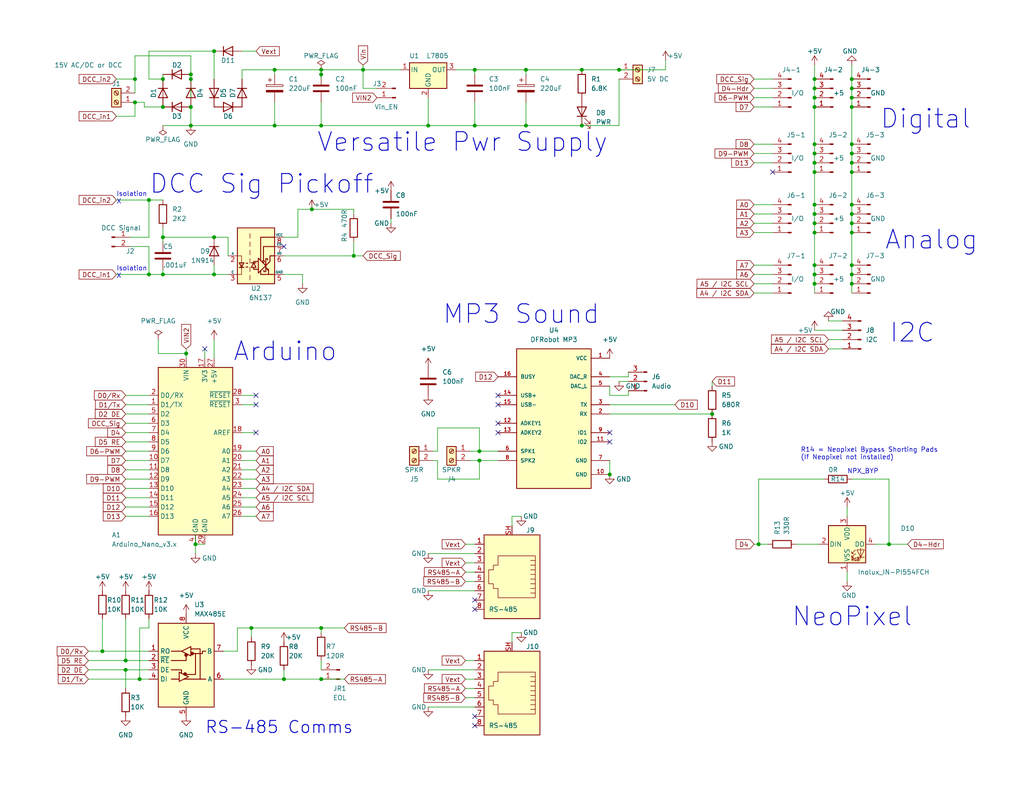
<source format=kicad_sch>
(kicad_sch (version 20230121) (generator eeschema)
  (paper "A")
  (title_block (title "MaxDuino using Arduino R3") (date "2023-12-20") (rev "1.6") (company "R1.6 =  VReg spacing, Stencil, MP3 preamp outputs") (comment 1 "RS485 (D0, D1, D2, D5) / I2C (A4, A5) / DCC (D3) Comms") (comment 2 "DFRobot MP3 PLayer   (D10, D11, D12)") (comment 3 "Digital Pin headers (D3, D4 +NeoPixel, D6, D7, D8, D9, D13)") (comment 4 "Analog Pin headers (A0, A1, A2, A3, A6, A7)"))
  (junction (at 40.64 74.93))
  (junction (at 87.63 185.42))
  (junction (at 232.41 74.93))
  (junction (at 44.45 64.77))
  (junction (at 232.41 21.59))
  (junction (at 87.63 171.45))
  (junction (at 222.25 21.59))
  (junction (at 116.84 34.29))
  (junction (at 87.63 19.05))
  (junction (at 50.8 96.52))
  (junction (at 52.07 34.29))
  (junction (at 232.41 46.99))
  (junction (at 222.25 39.37))
  (junction (at 232.41 44.45))
  (junction (at 222.25 77.47))
  (junction (at 222.25 72.39))
  (junction (at 158.75 34.29))
  (junction (at 36.83 27.94))
  (junction (at 44.45 74.93))
  (junction (at 77.47 185.42))
  (junction (at 168.91 19.05))
  (junction (at 58.42 13.97))
  (junction (at 232.41 60.96))
  (junction (at 222.25 60.96))
  (junction (at 222.25 26.67))
  (junction (at 232.41 58.42))
  (junction (at 194.31 113.03))
  (junction (at 44.45 29.21))
  (junction (at 242.57 148.59))
  (junction (at 232.41 41.91))
  (junction (at 232.41 24.13))
  (junction (at 52.07 20.32))
  (junction (at 52.07 29.21))
  (junction (at 232.41 39.37))
  (junction (at 222.25 46.99))
  (junction (at 38.1 185.42))
  (junction (at 129.54 34.29))
  (junction (at 58.42 64.77))
  (junction (at 27.94 177.8))
  (junction (at 129.54 19.05))
  (junction (at 87.63 20.32))
  (junction (at 166.37 129.54))
  (junction (at 222.25 63.5))
  (junction (at 85.09 57.15))
  (junction (at 40.64 54.61))
  (junction (at 53.34 148.59))
  (junction (at 143.51 34.29))
  (junction (at 222.25 24.13))
  (junction (at 222.25 74.93))
  (junction (at 207.01 148.59))
  (junction (at 232.41 77.47))
  (junction (at 222.25 41.91))
  (junction (at 74.93 19.05))
  (junction (at 96.52 69.85))
  (junction (at 158.75 19.05))
  (junction (at 99.06 19.05))
  (junction (at 87.63 34.29))
  (junction (at 130.81 123.19))
  (junction (at 44.45 21.59))
  (junction (at 222.25 29.21))
  (junction (at 232.41 72.39))
  (junction (at 36.83 21.59))
  (junction (at 222.25 58.42))
  (junction (at 74.93 34.29))
  (junction (at 222.25 44.45))
  (junction (at 232.41 26.67))
  (junction (at 232.41 55.88))
  (junction (at 52.07 21.59))
  (junction (at 34.29 180.34))
  (junction (at 58.42 74.93))
  (junction (at 34.29 182.88))
  (junction (at 143.51 19.05))
  (junction (at 222.25 55.88))
  (junction (at 68.58 171.45))
  (junction (at 130.81 125.73))
  (junction (at 232.41 29.21))
  (junction (at 232.41 63.5))
  (no_connect (at 135.89 115.57))
  (no_connect (at 69.85 110.49))
  (no_connect (at 129.54 163.83))
  (no_connect (at 135.89 107.95))
  (no_connect (at 135.89 118.11))
  (no_connect (at 129.54 198.12))
  (no_connect (at 166.37 118.11))
  (no_connect (at 166.37 120.65))
  (no_connect (at 69.85 107.95))
  (no_connect (at 129.54 166.37))
  (no_connect (at 135.89 110.49))
  (no_connect (at 210.82 46.99))
  (no_connect (at 129.54 195.58))
  (no_connect (at 77.47 67.31))
  (no_connect (at 69.85 118.11))
  (no_connect (at 55.88 95.25))
  (wire (pts (xy 129.54 27.94) (xy 129.54 34.29)))
  (wire (pts (xy 40.64 54.61) (xy 44.45 54.61)))
  (wire (pts (xy 40.64 171.45) (xy 38.1 171.45)))
  (wire (pts (xy 205.74 44.45) (xy 210.82 44.45)))
  (wire (pts (xy 158.75 34.29) (xy 168.91 34.29)))
  (wire (pts (xy 119.38 130.81) (xy 130.81 130.81)))
  (wire (pts (xy 44.45 64.77) (xy 44.45 66.04)))
  (wire (pts (xy 181.61 19.05) (xy 168.91 19.05)))
  (wire (pts (xy 52.07 15.24) (xy 52.07 20.32)))
  (wire (pts (xy 64.77 171.45) (xy 68.58 171.45)))
  (wire (pts (xy 238.76 148.59) (xy 242.57 148.59)))
  (wire (pts (xy 129.54 19.05) (xy 129.54 20.32)))
  (wire (pts (xy 205.74 80.01) (xy 210.82 80.01)))
  (wire (pts (xy 205.74 24.13) (xy 210.82 24.13)))
  (wire (pts (xy 44.45 20.32) (xy 44.45 21.59)))
  (wire (pts (xy 31.75 54.61) (xy 40.64 54.61)))
  (wire (pts (xy 40.64 168.91) (xy 40.64 171.45)))
  (wire (pts (xy 128.27 125.73) (xy 130.81 125.73)))
  (wire (pts (xy 34.29 180.34) (xy 40.64 180.34)))
  (wire (pts (xy 53.34 148.59) (xy 55.88 148.59)))
  (wire (pts (xy 34.29 125.73) (xy 40.64 125.73)))
  (wire (pts (xy 99.06 24.13) (xy 102.87 24.13)))
  (wire (pts (xy 64.77 171.45) (xy 64.77 177.8)))
  (wire (pts (xy 119.38 116.84) (xy 130.81 116.84)))
  (wire (pts (xy 226.06 95.25) (xy 229.87 95.25)))
  (wire (pts (xy 96.52 58.42) (xy 96.52 57.15)))
  (wire (pts (xy 40.64 67.31) (xy 40.64 74.93)))
  (wire (pts (xy 68.58 171.45) (xy 68.58 173.99)))
  (wire (pts (xy 205.74 29.21) (xy 210.82 29.21)))
  (wire (pts (xy 74.93 27.94) (xy 74.93 34.29)))
  (wire (pts (xy 87.63 34.29) (xy 116.84 34.29)))
  (wire (pts (xy 34.29 120.65) (xy 40.64 120.65)))
  (wire (pts (xy 158.75 19.05) (xy 168.91 19.05)))
  (wire (pts (xy 66.04 21.59) (xy 66.04 19.05)))
  (wire (pts (xy 99.06 17.78) (xy 99.06 19.05)))
  (wire (pts (xy 129.54 34.29) (xy 143.51 34.29)))
  (wire (pts (xy 222.25 17.78) (xy 222.25 21.59)))
  (wire (pts (xy 52.07 29.21) (xy 52.07 34.29)))
  (wire (pts (xy 222.25 74.93) (xy 222.25 77.47)))
  (wire (pts (xy 96.52 69.85) (xy 99.06 69.85)))
  (wire (pts (xy 205.74 41.91) (xy 210.82 41.91)))
  (wire (pts (xy 171.45 107.95) (xy 166.37 107.95)))
  (wire (pts (xy 99.06 19.05) (xy 99.06 24.13)))
  (wire (pts (xy 24.13 182.88) (xy 34.29 182.88)))
  (wire (pts (xy 205.74 26.67) (xy 210.82 26.67)))
  (wire (pts (xy 77.47 64.77) (xy 81.28 64.77)))
  (wire (pts (xy 74.93 19.05) (xy 74.93 20.32)))
  (wire (pts (xy 231.14 138.43) (xy 231.14 140.97)))
  (wire (pts (xy 139.7 172.72) (xy 142.24 172.72)))
  (wire (pts (xy 60.96 185.42) (xy 77.47 185.42)))
  (wire (pts (xy 87.63 180.34) (xy 87.63 182.88)))
  (wire (pts (xy 35.56 67.31) (xy 40.64 67.31)))
  (wire (pts (xy 127 158.75) (xy 129.54 158.75)))
  (wire (pts (xy 77.47 182.88) (xy 77.47 185.42)))
  (wire (pts (xy 232.41 17.78) (xy 232.41 21.59)))
  (wire (pts (xy 87.63 171.45) (xy 93.98 171.45)))
  (wire (pts (xy 44.45 64.77) (xy 58.42 64.77)))
  (wire (pts (xy 232.41 74.93) (xy 232.41 77.47)))
  (wire (pts (xy 222.25 90.17) (xy 229.87 90.17)))
  (wire (pts (xy 36.83 21.59) (xy 31.75 21.59)))
  (wire (pts (xy 66.04 118.11) (xy 69.85 118.11)))
  (wire (pts (xy 205.74 21.59) (xy 210.82 21.59)))
  (wire (pts (xy 66.04 138.43) (xy 69.85 138.43)))
  (wire (pts (xy 87.63 20.32) (xy 87.63 19.05)))
  (wire (pts (xy 139.7 175.26) (xy 139.7 172.72)))
  (wire (pts (xy 116.84 193.04) (xy 129.54 193.04)))
  (wire (pts (xy 58.42 74.93) (xy 62.23 74.93)))
  (wire (pts (xy 66.04 140.97) (xy 69.85 140.97)))
  (wire (pts (xy 44.45 34.29) (xy 52.07 34.29)))
  (wire (pts (xy 143.51 19.05) (xy 158.75 19.05)))
  (wire (pts (xy 53.34 151.13) (xy 53.34 148.59)))
  (wire (pts (xy 34.29 182.88) (xy 34.29 187.96)))
  (wire (pts (xy 205.74 58.42) (xy 210.82 58.42)))
  (wire (pts (xy 119.38 125.73) (xy 119.38 130.81)))
  (wire (pts (xy 58.42 92.71) (xy 58.42 97.79)))
  (wire (pts (xy 34.29 118.11) (xy 40.64 118.11)))
  (wire (pts (xy 222.25 26.67) (xy 222.25 29.21)))
  (wire (pts (xy 130.81 116.84) (xy 130.81 123.19)))
  (wire (pts (xy 232.41 21.59) (xy 232.41 24.13)))
  (wire (pts (xy 87.63 27.94) (xy 87.63 34.29)))
  (wire (pts (xy 181.61 16.51) (xy 181.61 19.05)))
  (wire (pts (xy 242.57 148.59) (xy 247.65 148.59)))
  (wire (pts (xy 66.04 135.89) (xy 69.85 135.89)))
  (wire (pts (xy 52.07 34.29) (xy 74.93 34.29)))
  (wire (pts (xy 194.31 104.14) (xy 194.31 105.41)))
  (wire (pts (xy 44.45 62.23) (xy 44.45 64.77)))
  (wire (pts (xy 205.74 60.96) (xy 210.82 60.96)))
  (wire (pts (xy 116.84 34.29) (xy 129.54 34.29)))
  (wire (pts (xy 87.63 185.42) (xy 93.98 185.42)))
  (wire (pts (xy 116.84 151.13) (xy 129.54 151.13)))
  (wire (pts (xy 171.45 107.95) (xy 171.45 106.68)))
  (wire (pts (xy 34.29 140.97) (xy 40.64 140.97)))
  (wire (pts (xy 232.41 72.39) (xy 232.41 74.93)))
  (wire (pts (xy 62.23 64.77) (xy 62.23 69.85)))
  (wire (pts (xy 66.04 125.73) (xy 69.85 125.73)))
  (wire (pts (xy 168.91 104.14) (xy 171.45 104.14)))
  (wire (pts (xy 34.29 133.35) (xy 40.64 133.35)))
  (wire (pts (xy 127 187.96) (xy 129.54 187.96)))
  (wire (pts (xy 205.74 63.5) (xy 210.82 63.5)))
  (wire (pts (xy 52.07 21.59) (xy 52.07 26.67)))
  (wire (pts (xy 50.8 96.52) (xy 50.8 97.79)))
  (wire (pts (xy 127 185.42) (xy 129.54 185.42)))
  (wire (pts (xy 87.63 21.59) (xy 87.63 20.32)))
  (wire (pts (xy 74.93 34.29) (xy 87.63 34.29)))
  (wire (pts (xy 222.25 39.37) (xy 222.25 41.91)))
  (wire (pts (xy 85.09 57.15) (xy 96.52 57.15)))
  (wire (pts (xy 40.64 74.93) (xy 44.45 74.93)))
  (wire (pts (xy 226.06 92.71) (xy 229.87 92.71)))
  (wire (pts (xy 77.47 185.42) (xy 87.63 185.42)))
  (wire (pts (xy 217.17 148.59) (xy 223.52 148.59)))
  (wire (pts (xy 44.45 74.93) (xy 58.42 74.93)))
  (wire (pts (xy 222.25 60.96) (xy 222.25 63.5)))
  (wire (pts (xy 34.29 168.91) (xy 34.29 180.34)))
  (wire (pts (xy 66.04 130.81) (xy 69.85 130.81)))
  (wire (pts (xy 36.83 21.59) (xy 36.83 15.24)))
  (wire (pts (xy 116.84 26.67) (xy 116.84 34.29)))
  (wire (pts (xy 74.93 19.05) (xy 87.63 19.05)))
  (wire (pts (xy 34.29 123.19) (xy 40.64 123.19)))
  (wire (pts (xy 232.41 46.99) (xy 232.41 55.88)))
  (wire (pts (xy 87.63 172.72) (xy 87.63 171.45)))
  (wire (pts (xy 40.64 13.97) (xy 40.64 21.59)))
  (wire (pts (xy 60.96 177.8) (xy 64.77 177.8)))
  (wire (pts (xy 66.04 123.19) (xy 69.85 123.19)))
  (wire (pts (xy 222.25 72.39) (xy 222.25 74.93)))
  (wire (pts (xy 99.06 19.05) (xy 109.22 19.05)))
  (wire (pts (xy 232.41 29.21) (xy 232.41 39.37)))
  (wire (pts (xy 36.83 27.94) (xy 36.83 31.75)))
  (wire (pts (xy 222.25 29.21) (xy 222.25 39.37)))
  (wire (pts (xy 128.27 123.19) (xy 130.81 123.19)))
  (wire (pts (xy 166.37 107.95) (xy 166.37 105.41)))
  (wire (pts (xy 39.37 27.94) (xy 39.37 29.21)))
  (wire (pts (xy 232.41 24.13) (xy 232.41 26.67)))
  (wire (pts (xy 34.29 113.03) (xy 40.64 113.03)))
  (wire (pts (xy 119.38 123.19) (xy 119.38 116.84)))
  (wire (pts (xy 81.28 57.15) (xy 85.09 57.15)))
  (wire (pts (xy 184.15 110.49) (xy 166.37 110.49)))
  (wire (pts (xy 143.51 27.94) (xy 143.51 34.29)))
  (wire (pts (xy 232.41 77.47) (xy 232.41 80.01)))
  (wire (pts (xy 130.81 125.73) (xy 130.81 130.81)))
  (wire (pts (xy 40.64 13.97) (xy 58.42 13.97)))
  (wire (pts (xy 207.01 130.81) (xy 207.01 148.59)))
  (wire (pts (xy 53.34 146.05) (xy 53.34 148.59)))
  (wire (pts (xy 24.13 180.34) (xy 34.29 180.34)))
  (wire (pts (xy 232.41 41.91) (xy 232.41 44.45)))
  (wire (pts (xy 99.06 19.05) (xy 87.63 19.05)))
  (wire (pts (xy 77.47 74.93) (xy 82.55 74.93)))
  (wire (pts (xy 66.04 19.05) (xy 74.93 19.05)))
  (wire (pts (xy 106.68 59.69) (xy 106.68 60.96)))
  (wire (pts (xy 38.1 171.45) (xy 38.1 185.42)))
  (wire (pts (xy 40.64 64.77) (xy 40.64 54.61)))
  (wire (pts (xy 127 190.5) (xy 129.54 190.5)))
  (wire (pts (xy 50.8 95.25) (xy 50.8 96.52)))
  (wire (pts (xy 66.04 133.35) (xy 69.85 133.35)))
  (wire (pts (xy 82.55 74.93) (xy 82.55 77.47)))
  (wire (pts (xy 205.74 55.88) (xy 210.82 55.88)))
  (wire (pts (xy 43.18 96.52) (xy 50.8 96.52)))
  (wire (pts (xy 34.29 182.88) (xy 40.64 182.88)))
  (wire (pts (xy 139.7 140.97) (xy 142.24 140.97)))
  (wire (pts (xy 36.83 21.59) (xy 36.83 25.4)))
  (wire (pts (xy 34.29 107.95) (xy 40.64 107.95)))
  (wire (pts (xy 27.94 168.91) (xy 27.94 177.8)))
  (wire (pts (xy 222.25 77.47) (xy 222.25 80.01)))
  (wire (pts (xy 232.41 26.67) (xy 232.41 29.21)))
  (wire (pts (xy 222.25 41.91) (xy 222.25 44.45)))
  (wire (pts (xy 232.41 58.42) (xy 232.41 60.96)))
  (wire (pts (xy 226.06 87.63) (xy 229.87 87.63)))
  (wire (pts (xy 232.41 44.45) (xy 232.41 46.99)))
  (wire (pts (xy 66.04 107.95) (xy 69.85 107.95)))
  (wire (pts (xy 231.14 156.21) (xy 231.14 158.75)))
  (wire (pts (xy 40.64 21.59) (xy 44.45 21.59)))
  (wire (pts (xy 31.75 74.93) (xy 40.64 74.93)))
  (wire (pts (xy 66.04 128.27) (xy 69.85 128.27)))
  (wire (pts (xy 55.88 95.25) (xy 55.88 97.79)))
  (wire (pts (xy 58.42 72.39) (xy 58.42 74.93)))
  (wire (pts (xy 34.29 110.49) (xy 40.64 110.49)))
  (wire (pts (xy 222.25 58.42) (xy 222.25 60.96)))
  (wire (pts (xy 205.74 77.47) (xy 210.82 77.47)))
  (wire (pts (xy 36.83 31.75) (xy 31.75 31.75)))
  (wire (pts (xy 127 153.67) (xy 129.54 153.67)))
  (wire (pts (xy 222.25 46.99) (xy 222.25 55.88)))
  (wire (pts (xy 232.41 55.88) (xy 232.41 58.42)))
  (wire (pts (xy 66.04 110.49) (xy 69.85 110.49)))
  (wire (pts (xy 232.41 130.81) (xy 242.57 130.81)))
  (wire (pts (xy 24.13 177.8) (xy 27.94 177.8)))
  (wire (pts (xy 124.46 19.05) (xy 129.54 19.05)))
  (wire (pts (xy 127 156.21) (xy 129.54 156.21)))
  (wire (pts (xy 116.84 161.29) (xy 129.54 161.29)))
  (wire (pts (xy 96.52 66.04) (xy 96.52 69.85)))
  (wire (pts (xy 118.11 123.19) (xy 119.38 123.19)))
  (wire (pts (xy 168.91 21.59) (xy 168.91 34.29)))
  (wire (pts (xy 44.45 73.66) (xy 44.45 74.93)))
  (wire (pts (xy 24.13 185.42) (xy 38.1 185.42)))
  (wire (pts (xy 52.07 20.32) (xy 52.07 21.59)))
  (wire (pts (xy 116.84 182.88) (xy 129.54 182.88)))
  (wire (pts (xy 222.25 21.59) (xy 222.25 24.13)))
  (wire (pts (xy 143.51 34.29) (xy 158.75 34.29)))
  (wire (pts (xy 27.94 177.8) (xy 40.64 177.8)))
  (wire (pts (xy 166.37 102.87) (xy 171.45 102.87)))
  (wire (pts (xy 139.7 143.51) (xy 139.7 140.97)))
  (wire (pts (xy 81.28 64.77) (xy 81.28 57.15)))
  (wire (pts (xy 39.37 29.21) (xy 44.45 29.21)))
  (wire (pts (xy 224.79 130.81) (xy 207.01 130.81)))
  (wire (pts (xy 232.41 63.5) (xy 232.41 72.39)))
  (wire (pts (xy 166.37 113.03) (xy 194.31 113.03)))
  (wire (pts (xy 222.25 63.5) (xy 222.25 72.39)))
  (wire (pts (xy 68.58 171.45) (xy 87.63 171.45)))
  (wire (pts (xy 205.74 39.37) (xy 210.82 39.37)))
  (wire (pts (xy 143.51 19.05) (xy 143.51 20.32)))
  (wire (pts (xy 127 180.34) (xy 129.54 180.34)))
  (wire (pts (xy 130.81 123.19) (xy 135.89 123.19)))
  (wire (pts (xy 34.29 138.43) (xy 40.64 138.43)))
  (wire (pts (xy 242.57 130.81) (xy 242.57 148.59)))
  (wire (pts (xy 39.37 27.94) (xy 36.83 27.94)))
  (wire (pts (xy 232.41 60.96) (xy 232.41 63.5)))
  (wire (pts (xy 130.81 125.73) (xy 135.89 125.73)))
  (wire (pts (xy 207.01 148.59) (xy 209.55 148.59)))
  (wire (pts (xy 129.54 19.05) (xy 143.51 19.05)))
  (wire (pts (xy 66.04 13.97) (xy 69.85 13.97)))
  (wire (pts (xy 166.37 125.73) (xy 166.37 129.54)))
  (wire (pts (xy 232.41 39.37) (xy 232.41 41.91)))
  (wire (pts (xy 205.74 72.39) (xy 210.82 72.39)))
  (wire (pts (xy 158.75 31.75) (xy 158.75 34.29)))
  (wire (pts (xy 35.56 64.77) (xy 40.64 64.77)))
  (wire (pts (xy 205.74 148.59) (xy 207.01 148.59)))
  (wire (pts (xy 58.42 13.97) (xy 58.42 21.59)))
  (wire (pts (xy 205.74 74.93) (xy 210.82 74.93)))
  (wire (pts (xy 222.25 44.45) (xy 222.25 46.99)))
  (wire (pts (xy 43.18 92.71) (xy 43.18 96.52)))
  (wire (pts (xy 34.29 115.57) (xy 40.64 115.57)))
  (wire (pts (xy 118.11 125.73) (xy 119.38 125.73)))
  (wire (pts (xy 34.29 128.27) (xy 40.64 128.27)))
  (wire (pts (xy 34.29 135.89) (xy 40.64 135.89)))
  (wire (pts (xy 77.47 69.85) (xy 96.52 69.85)))
  (wire (pts (xy 36.83 15.24) (xy 52.07 15.24)))
  (wire (pts (xy 222.25 55.88) (xy 222.25 58.42)))
  (wire (pts (xy 38.1 185.42) (xy 40.64 185.42)))
  (wire (pts (xy 171.45 102.87) (xy 171.45 101.6)))
  (wire (pts (xy 34.29 130.81) (xy 40.64 130.81)))
  (wire (pts (xy 58.42 64.77) (xy 62.23 64.77)))
  (wire (pts (xy 127 148.59) (xy 129.54 148.59)))
  (wire (pts (xy 222.25 24.13) (xy 222.25 26.67)))
  (text "RS-485 Comms" (at 55.88 200.66 0) (effects (font (size 3.302 3.302) (thickness 0.254) bold) (justify left bottom)))
  (text "MP3 Sound" (at 120.65 88.9 0) (effects (font (size 5.08 5.08) (thickness 0.254) bold) (justify left bottom)))
  (text "Digital" (at 240.03 35.56 0) (effects (font (size 5.08 5.08) (thickness 0.254) bold) (justify left bottom)))
  (text "I2C" (at 242.57 93.98 0) (effects (font (size 5.08 5.08) (thickness 0.254) bold) (justify left bottom)))
  (text "NeoPixel" (at 215.9 171.45 0) (effects (font (size 5.08 5.08) (thickness 0.254) bold) (justify left bottom)))
  (text "DCC Sig Pickoff\n" (at 40.64 53.34 0) (effects (font (size 5.08 5.08) (thickness 0.254) bold) (justify left bottom)))
  (text "NPX_BYP" (at 231.14 129.54 0) (effects (font (size 1.27 1.27)) (justify left bottom)))
  (text "R14 = Neopixel Bypass Shorting Pads\n(If Neopixel not installed)" (at 218.44 125.73 0) (effects (font (size 1.27 1.27)) (justify left bottom)))
  (text "Versatile Pwr Supply" (at 86.36 41.91 0) (effects (font (size 5.08 5.08) (thickness 0.254) bold) (justify left bottom)))
  (text "Isolation\nX" (at 31.75 76.2 0) (effects (font (size 1.27 1.27)) (justify left bottom)))
  (text "Analog" (at 241.3 68.58 0) (effects (font (size 5.08 5.08) (thickness 0.254) bold) (justify left bottom)))
  (text "Isolation\nX" (at 31.75 55.88 0) (effects (font (size 1.27 1.27)) (justify left bottom)))
  (text "Arduino" (at 63.5 99.06 0) (effects (font (size 5.08 5.08) (thickness 0.254) bold) (justify left bottom)))
  (global_label "D4" (shape input) (at 205.74 148.59 180) (property "Intersheetrefs" "${INTERSHEET_REFS}" (effects hide)))
  (global_label "A7" (shape input) (at 205.74 72.39 180) (property "Intersheetrefs" "${INTERSHEET_REFS}" (effects hide)))
  (global_label "D2 DE" (shape input) (at 24.13 182.88 180) (property "Intersheetrefs" "${INTERSHEET_REFS}" (effects hide)))
  (global_label "D12" (shape input) (at 135.89 102.87 180) (property "Intersheetrefs" "${INTERSHEET_REFS}" (effects hide)))
  (global_label "D10" (shape input) (at 34.29 133.35 180) (property "Intersheetrefs" "${INTERSHEET_REFS}" (effects hide)))
  (global_label "Vext" (shape input) (at 69.85 13.97 0) (property "Intersheetrefs" "${INTERSHEET_REFS}" (effects hide)))
  (global_label "A0" (shape input) (at 205.74 55.88 180) (property "Intersheetrefs" "${INTERSHEET_REFS}" (effects hide)))
  (global_label "Vext" (shape input) (at 127 185.42 180) (property "Intersheetrefs" "${INTERSHEET_REFS}" (effects hide)))
  (global_label "D9-PWM" (shape input) (at 205.74 41.91 180) (property "Intersheetrefs" "${INTERSHEET_REFS}" (effects hide)))
  (global_label "A0" (shape input) (at 69.85 123.19 0) (property "Intersheetrefs" "${INTERSHEET_REFS}" (effects hide)))
  (global_label "D1{slash}Tx" (shape input) (at 24.13 185.42 180) (property "Intersheetrefs" "${INTERSHEET_REFS}" (effects hide)))
  (global_label "D5 RE" (shape input) (at 24.13 180.34 180) (property "Intersheetrefs" "${INTERSHEET_REFS}" (effects hide)))
  (global_label "A3" (shape input) (at 205.74 63.5 180) (property "Intersheetrefs" "${INTERSHEET_REFS}" (effects hide)))
  (global_label "D0{slash}Rx" (shape input) (at 24.13 177.8 180) (property "Intersheetrefs" "${INTERSHEET_REFS}" (effects hide)))
  (global_label "DCC_Sig" (shape input) (at 99.06 69.85 0) (property "Intersheetrefs" "${INTERSHEET_REFS}" (effects hide)))
  (global_label "D9-PWM" (shape input) (at 34.29 130.81 180) (property "Intersheetrefs" "${INTERSHEET_REFS}" (effects hide)))
  (global_label "A6" (shape input) (at 69.85 138.43 0) (property "Intersheetrefs" "${INTERSHEET_REFS}" (effects hide)))
  (global_label "DCC_Sig" (shape input) (at 34.29 115.57 180) (property "Intersheetrefs" "${INTERSHEET_REFS}" (effects hide)))
  (global_label "D11" (shape input) (at 34.29 135.89 180) (property "Intersheetrefs" "${INTERSHEET_REFS}" (effects hide)))
  (global_label "VIN2" (shape input) (at 102.87 26.67 180) (property "Intersheetrefs" "${INTERSHEET_REFS}" (effects hide)))
  (global_label "RS485-B" (shape input) (at 127 158.75 180) (property "Intersheetrefs" "${INTERSHEET_REFS}" (effects hide)))
  (global_label "A7" (shape input) (at 69.85 140.97 0) (property "Intersheetrefs" "${INTERSHEET_REFS}" (effects hide)))
  (global_label "DCC_Sig" (shape input) (at 205.74 21.59 180) (property "Intersheetrefs" "${INTERSHEET_REFS}" (effects hide)))
  (global_label "DCC_in2" (shape input) (at 31.75 54.61 180) (property "Intersheetrefs" "${INTERSHEET_REFS}" (effects hide)))
  (global_label "D1{slash}Tx" (shape input) (at 34.29 110.49 180) (property "Intersheetrefs" "${INTERSHEET_REFS}" (effects hide)))
  (global_label "DCC_in1" (shape input) (at 31.75 31.75 180) (property "Intersheetrefs" "${INTERSHEET_REFS}" (effects hide)))
  (global_label "D12" (shape input) (at 34.29 138.43 180) (property "Intersheetrefs" "${INTERSHEET_REFS}" (effects hide)))
  (global_label "A3" (shape input) (at 69.85 130.81 0) (property "Intersheetrefs" "${INTERSHEET_REFS}" (effects hide)))
  (global_label "A6" (shape input) (at 205.74 74.93 180) (property "Intersheetrefs" "${INTERSHEET_REFS}" (effects hide)))
  (global_label "D10" (shape input) (at 184.15 110.49 0) (property "Intersheetrefs" "${INTERSHEET_REFS}" (effects hide)))
  (global_label "D4-Hdr" (shape input) (at 205.74 24.13 180) (property "Intersheetrefs" "${INTERSHEET_REFS}" (effects hide)))
  (global_label "VIN2" (shape input) (at 50.8 95.25 90) (property "Intersheetrefs" "${INTERSHEET_REFS}" (effects hide)))
  (global_label "A4 {slash} I2C SDA" (shape input) (at 69.85 133.35 0) (property "Intersheetrefs" "${INTERSHEET_REFS}" (effects hide)))
  (global_label "D7" (shape input) (at 34.29 125.73 180) (property "Intersheetrefs" "${INTERSHEET_REFS}" (effects hide)))
  (global_label "D2 DE" (shape input) (at 34.29 113.03 180) (property "Intersheetrefs" "${INTERSHEET_REFS}" (effects hide)))
  (global_label "A2" (shape input) (at 69.85 128.27 0) (property "Intersheetrefs" "${INTERSHEET_REFS}" (effects hide)))
  (global_label "D5 RE" (shape input) (at 34.29 120.65 180) (property "Intersheetrefs" "${INTERSHEET_REFS}" (effects hide)))
  (global_label "RS485-A" (shape input) (at 127 156.21 180) (property "Intersheetrefs" "${INTERSHEET_REFS}" (effects hide)))
  (global_label "D11" (shape input) (at 194.31 104.14 0) (property "Intersheetrefs" "${INTERSHEET_REFS}" (effects hide)))
  (global_label "Vext" (shape input) (at 127 148.59 180) (property "Intersheetrefs" "${INTERSHEET_REFS}" (effects hide)))
  (global_label "DCC_in1" (shape input) (at 31.75 74.93 180) (property "Intersheetrefs" "${INTERSHEET_REFS}" (effects hide)))
  (global_label "RS485-A" (shape input) (at 127 187.96 180) (property "Intersheetrefs" "${INTERSHEET_REFS}" (effects hide)))
  (global_label "A4 {slash} I2C SDA" (shape input) (at 205.74 80.01 180) (property "Intersheetrefs" "${INTERSHEET_REFS}" (effects hide)))
  (global_label "RS485-B" (shape input) (at 127 190.5 180) (property "Intersheetrefs" "${INTERSHEET_REFS}" (effects hide)))
  (global_label "D4-Hdr" (shape input) (at 247.65 148.59 0) (property "Intersheetrefs" "${INTERSHEET_REFS}" (effects hide)))
  (global_label "RS485-B" (shape input) (at 93.98 171.45 0) (property "Intersheetrefs" "${INTERSHEET_REFS}" (effects hide)))
  (global_label "D6-PWM" (shape input) (at 34.29 123.19 180) (property "Intersheetrefs" "${INTERSHEET_REFS}" (effects hide)))
  (global_label "A5 {slash} I2C SCL" (shape input) (at 205.74 77.47 180) (property "Intersheetrefs" "${INTERSHEET_REFS}" (effects hide)))
  (global_label "A1" (shape input) (at 69.85 125.73 0) (property "Intersheetrefs" "${INTERSHEET_REFS}" (effects hide)))
  (global_label "D7" (shape input) (at 205.74 29.21 180) (property "Intersheetrefs" "${INTERSHEET_REFS}" (effects hide)))
  (global_label "A5 {slash} I2C SCL" (shape input) (at 69.85 135.89 0) (property "Intersheetrefs" "${INTERSHEET_REFS}" (effects hide)))
  (global_label "D0{slash}Rx" (shape input) (at 34.29 107.95 180) (property "Intersheetrefs" "${INTERSHEET_REFS}" (effects hide)))
  (global_label "D8" (shape input) (at 34.29 128.27 180) (property "Intersheetrefs" "${INTERSHEET_REFS}" (effects hide)))
  (global_label "Vin" (shape input) (at 99.06 17.78 90) (property "Intersheetrefs" "${INTERSHEET_REFS}" (effects hide)))
  (global_label "DCC_in2" (shape input) (at 31.75 21.59 180) (property "Intersheetrefs" "${INTERSHEET_REFS}" (effects hide)))
  (global_label "D8" (shape input) (at 205.74 39.37 180) (property "Intersheetrefs" "${INTERSHEET_REFS}" (effects hide)))
  (global_label "D4" (shape input) (at 34.29 118.11 180) (property "Intersheetrefs" "${INTERSHEET_REFS}" (effects hide)))
  (global_label "Vext" (shape input) (at 127 180.34 180) (property "Intersheetrefs" "${INTERSHEET_REFS}" (effects hide)))
  (global_label "A4 {slash} I2C SDA" (shape input) (at 226.06 95.25 180) (property "Intersheetrefs" "${INTERSHEET_REFS}" (effects hide)))
  (global_label "Vext" (shape input) (at 127 153.67 180) (property "Intersheetrefs" "${INTERSHEET_REFS}" (effects hide)))
  (global_label "A1" (shape input) (at 205.74 58.42 180) (property "Intersheetrefs" "${INTERSHEET_REFS}" (effects hide)))
  (global_label "A2" (shape input) (at 205.74 60.96 180) (property "Intersheetrefs" "${INTERSHEET_REFS}" (effects hide)))
  (global_label "D6-PWM" (shape input) (at 205.74 26.67 180) (property "Intersheetrefs" "${INTERSHEET_REFS}" (effects hide)))
  (global_label "D13" (shape input) (at 205.74 44.45 180) (property "Intersheetrefs" "${INTERSHEET_REFS}" (effects hide)))
  (global_label "A5 {slash} I2C SCL" (shape input) (at 226.06 92.71 180) (property "Intersheetrefs" "${INTERSHEET_REFS}" (effects hide)))
  (global_label "RS485-A" (shape input) (at 93.98 185.42 0) (property "Intersheetrefs" "${INTERSHEET_REFS}" (effects hide)))
  (global_label "D13" (shape input) (at 34.29 140.97 180) (property "Intersheetrefs" "${INTERSHEET_REFS}" (effects hide)))
  (symbol (lib_id "Diode:1N914") (at 58.42 68.58 270) (unit 1)
    (property "Reference" "D9" (at 54.61 68.58 90) (effects (justify left)))
    (property "Value" "1N914" (at 52.07 71.12 90) (effects (justify left)))
    (property "Footprint" "Diode_THT:D_DO-35_SOD27_P7.62mm_Horizontal" (effects hide))
    (property "Datasheet" "http://www.vishay.com/docs/85622/1n914.pdf" (effects hide))
    (property "Sim.Device" "D" (effects hide))
    (property "Sim.Pins" "1=K 2=A" (effects hide))
  )
  (symbol (lib_id "Connector:Conn_01x04_Pin") (at 237.49 77.47 180) (unit 1)
    (property "Reference" "J7-3" (at 236.22 69.85 0) (effects (justify right)))
    (property "Value" "GND" (at 237.49 76.2 0) (effects (justify right)))
    (property "Footprint" "Connector_PinHeader_2.54mm:PinHeader_1x04_P2.54mm_Vertical" (effects hide))
  )
  (symbol (lib_id "power:+5V") (at 106.68 52.07 0) (unit 1)
    (property "Reference" "#PWR011" (effects hide))
    (property "Value" "+5V" (at 104.14 52.07 0))
  )
  (symbol (lib_id "Device:R") (at 44.45 58.42 0) (unit 1)
    (property "Reference" "R2" (at 46.99 57.1499 0) (effects (justify left)))
    (property "Value" "2K2" (at 46.99 59.6899 0) (effects (justify left)))
    (property "Footprint" "Resistor_THT:R_Axial_DIN0207_L6.3mm_D2.5mm_P7.62mm_Horizontal" (effects hide))
  )
  (symbol (lib_id "Device:R") (at 40.64 165.1 180) (unit 1)
    (property "Reference" "R12" (at 41.91 163.83 0) (effects (justify right)))
    (property "Value" "10K" (at 41.91 166.37 0) (effects (justify right)))
    (property "Footprint" "Resistor_THT:R_Axial_DIN0207_L6.3mm_D2.5mm_P7.62mm_Horizontal" (effects hide))
  )
  (symbol (lib_id "Connector:Conn_01x04_Pin") (at 227.33 77.47 180) (unit 1)
    (property "Reference" "J7-2" (at 226.06 69.85 0) (effects (justify right)))
    (property "Value" "+5" (at 227.33 76.2 0) (effects (justify right)))
    (property "Footprint" "Connector_PinHeader_2.54mm:PinHeader_1x04_P2.54mm_Vertical" (effects hide))
  )
  (symbol (lib_id "power:GND") (at 231.14 158.75 0) (unit 1)
    (property "Reference" "#PWR028" (effects hide))
    (property "Value" "GND" (at 233.68 162.56 0) (effects (justify right)))
  )
  (symbol (lib_id "Device:R") (at 194.31 109.22 0) (unit 1)
    (property "Reference" "R5" (at 196.85 107.9499 0) (effects (justify left)))
    (property "Value" "680R" (at 196.85 110.49 0) (effects (justify left)))
    (property "Footprint" "Resistor_THT:R_Axial_DIN0207_L6.3mm_D2.5mm_P7.62mm_Horizontal" (effects hide))
  )
  (symbol (lib_id "Connector:Conn_01x04_Pin") (at 227.33 26.67 180) (unit 1)
    (property "Reference" "J4-2" (at 224.79 19.05 0) (effects (justify right)))
    (property "Value" "+5" (at 227.33 25.4 0) (effects (justify right)))
    (property "Footprint" "Connector_PinHeader_2.54mm:PinHeader_1x04_P2.54mm_Vertical" (effects hide))
  )
  (symbol (lib_id "Device:R") (at 34.29 191.77 180) (unit 1)
    (property "Reference" "R3" (at 35.56 190.4999 0) (effects (justify right)))
    (property "Value" "10K" (at 35.56 193.04 0) (effects (justify right)))
    (property "Footprint" "Resistor_THT:R_Axial_DIN0207_L6.3mm_D2.5mm_P7.62mm_Horizontal" (effects hide))
  )
  (symbol (lib_id "power:GND") (at 116.84 151.13 0) (unit 1)
    (property "Reference" "#PWR0101" (effects hide))
    (property "Value" "GND" (at 114.3 151.13 0))
  )
  (symbol (lib_id "power:GND") (at 68.58 181.61 0) (unit 1)
    (property "Reference" "#PWR013" (effects hide))
    (property "Value" "GND" (at 72.39 182.88 0))
  )
  (symbol (lib_id "power:GND") (at 168.91 104.14 0) (unit 1)
    (property "Reference" "#PWR032" (effects hide))
    (property "Value" "GND" (at 172.72 105.41 0))
  )
  (symbol (lib_id "power:GND") (at 116.84 193.04 0) (unit 1)
    (property "Reference" "#PWR022" (effects hide))
    (property "Value" "GND" (at 114.3 193.04 0))
  )
  (symbol (lib_id "power:+5V") (at 116.84 100.33 0) (unit 1)
    (property "Reference" "#PWR020" (effects hide))
    (property "Value" "+5V" (at 116.84 95.25 0))
  )
  (symbol (lib_id "Device:C") (at 44.45 69.85 0) (unit 1)
    (property "Reference" "C5" (at 44.45 67.31 0) (effects (justify left)))
    (property "Value" ".001uF" (at 44.45 72.39 0) (effects (justify left)))
    (property "Footprint" "Capacitor_THT:C_Disc_D7.0mm_W2.5mm_P5.00mm" (effects hide))
  )
  (symbol (lib_id "Device:R") (at 34.29 165.1 180) (unit 1)
    (property "Reference" "R11" (at 35.56 163.8299 0) (effects (justify right)))
    (property "Value" "10K" (at 35.56 166.37 0) (effects (justify right)))
    (property "Footprint" "Resistor_THT:R_Axial_DIN0207_L6.3mm_D2.5mm_P7.62mm_Horizontal" (effects hide))
  )
  (symbol (lib_id "power:GND") (at 52.07 34.29 0) (unit 1)
    (property "Reference" "#PWR030" (effects hide))
    (property "Value" "GND" (at 52.07 39.37 0))
  )
  (symbol (lib_id "Device:LED") (at 158.75 30.48 90) (unit 1)
    (property "Reference" "D8" (at 162.56 30.7974 90) (effects (justify right)))
    (property "Value" "PWR" (at 162.56 33.3374 90) (effects (justify right)))
    (property "Footprint" "LED_THT:LED_D5.0mm" (effects hide))
  )
  (symbol (lib_id "power:GND") (at 142.24 140.97 0) (unit 1)
    (property "Reference" "#PWR0102" (effects hide))
    (property "Value" "GND" (at 144.78 140.97 0))
  )
  (symbol (lib_id "Connector:Conn_01x03_Pin") (at 176.53 104.14 180) (unit 1)
    (property "Reference" "J6" (at 177.8 102.87 0) (effects (justify right)))
    (property "Value" "Audio" (at 177.8 105.41 0) (effects (justify right)))
    (property "Footprint" "Connector_PinHeader_2.54mm:PinHeader_1x03_P2.54mm_Vertical" (effects hide))
  )
  (symbol (lib_id "MCU_Module:Arduino_Nano_v3.x") (at 53.34 123.19 0) (unit 1)
    (property "Reference" "A1" (at 30.48 146.05 0) (effects (justify left)))
    (property "Value" "Arduino_Nano_v3.x" (at 30.48 148.59 0) (effects (justify left)))
    (property "Footprint" "Module:Arduino_Nano" (effects hide))
    (property "Datasheet" "http://www.mouser.com/pdfdocs/Gravitech_Arduino_Nano3_0.pdf" (effects hide))
  )
  (symbol (lib_id "Connector:Screw_Terminal_01x02") (at 123.19 123.19 0) (mirror y) (unit 1)
    (property "Reference" "J4" (at 123.19 130.81 0))
    (property "Value" "SPKR" (at 123.19 128.27 0))
    (property "Footprint" "Connector_PinHeader_2.54mm:PinHeader_1x02_P2.54mm_Vertical" (effects hide))
  )
  (symbol (lib_id "power:GND") (at 116.84 107.95 0) (unit 1)
    (property "Reference" "#PWR021" (effects hide))
    (property "Value" "GND" (at 116.84 113.03 0))
  )
  (symbol (lib_id "Connector:Conn_01x02_Pin") (at 30.48 64.77 0) (unit 1)
    (property "Reference" "J2" (at 35.56 68.58 0))
    (property "Value" "DCC Signal" (at 33.02 62.23 0))
    (property "Footprint" "Connector_PinHeader_2.54mm:PinHeader_1x02_P2.54mm_Horizontal" (effects hide))
  )
  (symbol (lib_id "Diode:1N4001") (at 66.04 25.4 270) (unit 1)
    (property "Reference" "D7" (at 63.5 25.4 0))
    (property "Value" "1N4001" (effects hide))
    (property "Footprint" "Diode_THT:D_DO-41_SOD81_P10.16mm_Horizontal" (effects hide))
    (property "Datasheet" "http://www.vishay.com/docs/88503/1n4001.pdf" (effects hide))
    (property "Sim.Device" "D" (effects hide))
    (property "Sim.Pins" "1=K 2=A" (effects hide))
  )
  (symbol (lib_id "power:GND") (at 226.06 87.63 0) (mirror x) (unit 1)
    (property "Reference" "#PWR026" (effects hide))
    (property "Value" "GND" (at 228.6 85.09 0))
  )
  (symbol (lib_id "power:GND") (at 50.8 195.58 0) (unit 1)
    (property "Reference" "#PWR010" (effects hide))
    (property "Value" "GND" (at 50.8 200.66 0))
  )
  (symbol (lib_id "Device:R") (at 96.52 62.23 180) (unit 1)
    (property "Reference" "R4" (at 93.98 64.77 90))
    (property "Value" "470R" (at 93.98 59.69 90))
    (property "Footprint" "Resistor_THT:R_Axial_DIN0207_L6.3mm_D2.5mm_P7.62mm_Horizontal" (effects hide))
  )
  (symbol (lib_id "power:+5V") (at 58.42 92.71 0) (unit 1)
    (property "Reference" "#PWR08" (effects hide))
    (property "Value" "+5V" (at 58.42 87.63 0))
  )
  (symbol (lib_id "power:GND") (at 106.68 60.96 0) (unit 1)
    (property "Reference" "#PWR012" (effects hide))
    (property "Value" "GND" (at 104.14 60.96 0))
  )
  (symbol (lib_id "power:PWR_FLAG") (at 87.63 19.05 0) (mirror y) (unit 1)
    (property "Reference" "#FLG03" (effects hide))
    (property "Value" "PWR_FLAG" (at 87.63 15.24 0))
  )
  (symbol (lib_id "Device:R") (at 213.36 148.59 90) (unit 1)
    (property "Reference" "R13" (at 212.0899 146.05 0) (effects (justify left)))
    (property "Value" "330R" (at 214.63 146.05 0) (effects (justify left)))
    (property "Footprint" "Resistor_THT:R_Axial_DIN0207_L6.3mm_D2.5mm_P7.62mm_Horizontal" (effects hide))
  )
  (symbol (lib_id "Connector:8P8C_Shielded") (at 139.7 187.96 180) (unit 1)
    (property "Reference" "J10" (at 143.51 176.53 0) (effects (justify right)))
    (property "Value" "RS-485" (at 133.35 198.12 0) (effects (justify right)))
    (property "Footprint" "Connector_RJ:RJ45_Ninigi_GE" (effects hide))
  )
  (symbol (lib_id "Device:R") (at 158.75 22.86 0) (unit 1)
    (property "Reference" "R1" (at 161.29 21.5899 0) (effects (justify left)))
    (property "Value" "6.8K" (at 161.29 24.1299 0) (effects (justify left)))
    (property "Footprint" "Resistor_THT:R_Axial_DIN0207_L6.3mm_D2.5mm_P7.62mm_Horizontal" (effects hide))
  )
  (symbol (lib_id "power:GND") (at 232.41 17.78 180) (unit 1)
    (property "Reference" "#PWR029" (effects hide))
    (property "Value" "GND" (at 229.87 13.97 0) (effects (justify right)))
  )
  (symbol (lib_id "Connector:Conn_01x04_Pin") (at 215.9 44.45 180) (unit 1)
    (property "Reference" "J5-1" (at 214.63 36.83 0) (effects (justify right)))
    (property "Value" "I/O" (at 215.9 43.18 0) (effects (justify right)))
    (property "Footprint" "Connector_PinHeader_2.54mm:PinHeader_1x04_P2.54mm_Vertical" (effects hide))
  )
  (symbol (lib_id "Device:R") (at 228.6 130.81 90) (unit 1)
    (property "Reference" "R14" (at 228.6 130.81 90))
    (property "Value" "0R" (at 227.33 128.27 90))
    (property "Footprint" "Resistor_SMD:R_0805_2012Metric" (effects hide))
  )
  (symbol (lib_id "power:+5V") (at 166.37 97.79 0) (unit 1)
    (property "Reference" "#PWR017" (effects hide))
    (property "Value" "+5V" (at 166.37 92.71 0))
  )
  (symbol (lib_id "power:+5V") (at 27.94 161.29 0) (unit 1)
    (property "Reference" "#PWR03" (effects hide))
    (property "Value" "+5V" (at 27.94 157.48 0))
  )
  (symbol (lib_id "power:+5V") (at 77.47 175.26 0) (unit 1)
    (property "Reference" "#PWR014" (effects hide))
    (property "Value" "+5V" (at 80.01 173.99 0))
  )
  (symbol (lib_id "power:GND") (at 34.29 195.58 0) (unit 1)
    (property "Reference" "#PWR05" (effects hide))
    (property "Value" "GND" (at 34.29 200.66 0))
  )
  (symbol (lib_id "Connector:Conn_01x02_Pin") (at 107.95 26.67 180) (unit 1)
    (property "Reference" "J3" (at 102.87 22.86 0))
    (property "Value" "Vin_EN" (at 105.41 29.21 0))
    (property "Footprint" "Connector_PinHeader_2.54mm:PinHeader_1x02_P2.54mm_Vertical" (effects hide))
  )
  (symbol (lib_id "Device:R") (at 87.63 176.53 180) (unit 1)
    (property "Reference" "R7" (at 88.9 176.53 0) (effects (justify right)))
    (property "Value" "120R" (at 88.9 179.07 0) (effects (justify right)))
    (property "Footprint" "Resistor_THT:R_Axial_DIN0207_L6.3mm_D2.5mm_P7.62mm_Horizontal" (effects hide))
  )
  (symbol (lib_id "power:PWR_FLAG") (at 44.45 34.29 180) (unit 1)
    (property "Reference" "#FLG02" (effects hide))
    (property "Value" "PWR_FLAG" (at 44.45 38.1 0))
  )
  (symbol (lib_id "Diode:1N4001") (at 44.45 25.4 270) (unit 1)
    (property "Reference" "D1" (at 41.91 25.4 0))
    (property "Value" "1N4001" (effects hide))
    (property "Footprint" "Diode_THT:D_DO-41_SOD81_P10.16mm_Horizontal" (effects hide))
    (property "Datasheet" "http://www.vishay.com/docs/88503/1n4001.pdf" (effects hide))
    (property "Sim.Device" "D" (effects hide))
    (property "Sim.Pins" "1=K 2=A" (effects hide))
  )
  (symbol (lib_id "power:+5V") (at 222.25 17.78 0) (unit 1)
    (property "Reference" "#PWR024" (effects hide))
    (property "Value" "+5V" (at 222.25 13.97 0))
  )
  (symbol (lib_id "Diode:1N4001") (at 48.26 20.32 0) (unit 1)
    (property "Reference" "D2" (at 48.26 17.78 0))
    (property "Value" "1N4001" (effects hide))
    (property "Footprint" "Diode_THT:D_DO-41_SOD81_P10.16mm_Horizontal" (effects hide))
    (property "Datasheet" "http://www.vishay.com/docs/88503/1n4001.pdf" (effects hide))
    (property "Sim.Device" "D" (effects hide))
    (property "Sim.Pins" "1=K 2=A" (effects hide))
  )
  (symbol (lib_id "DFR0299:DFR0299") (at 151.13 113.03 0) (unit 1)
    (property "Reference" "U4" (at 151.13 90.17 0))
    (property "Value" "DFRobot MP3" (at 151.13 92.71 0))
    (property "Footprint" "Module_DFR0299.Library:MODULE_DFR0299" (effects hide))
    (property "DESCRIPTION" "Dfplayer - a Mini Mp3 Player" (effects hide))
    (property "MF" "DFRobot" (effects hide))
    (property "AVAILABILITY" "Unavailable" (effects hide))
    (property "MP" "DFR0299" (effects hide))
    (property "PACKAGE" "None" (effects hide))
    (property "PRICE" "None" (effects hide))
  )
  (symbol (lib_id "power:+5V") (at 181.61 16.51 0) (unit 1)
    (property "Reference" "#PWR019" (effects hide))
    (property "Value" "+5V" (at 184.15 15.24 0))
  )
  (symbol (lib_id "Diode:1N4001") (at 48.26 29.21 0) (unit 1)
    (property "Reference" "D3" (at 48.26 31.75 0))
    (property "Value" "1N4001" (effects hide))
    (property "Footprint" "Diode_THT:D_DO-41_SOD81_P10.16mm_Horizontal" (effects hide))
    (property "Datasheet" "http://www.vishay.com/docs/88503/1n4001.pdf" (effects hide))
    (property "Sim.Device" "D" (effects hide))
    (property "Sim.Pins" "1=K 2=A" (effects hide))
  )
  (symbol (lib_id "Connector:Screw_Terminal_01x02") (at 173.99 19.05 0) (unit 1)
    (property "Reference" "J7" (at 176.53 19.0499 0) (effects (justify left)))
    (property "Value" "5V DC" (at 176.53 21.5899 0) (effects (justify left)))
    (property "Footprint" "TerminalBlock_Phoenix:TerminalBlock_Phoenix_MKDS-3-2-5.08_1x02_P5.08mm_Horizontal" (effects hide))
  )
  (symbol (lib_id "Isolator:6N137") (at 69.85 69.85 0) (unit 1)
    (property "Reference" "U2" (at 69.85 78.74 0))
    (property "Value" "6N137" (at 71.12 81.28 0))
    (property "Footprint" "Package_DIP:DIP-8_W7.62mm" (effects hide))
    (property "Datasheet" "https://docs.broadcom.com/docs/AV02-0940EN" (effects hide))
  )
  (symbol (lib_id "Device:C_Polarized") (at 143.51 24.13 0) (unit 1)
    (property "Reference" "C4" (at 147.32 21.59 0) (effects (justify left)))
    (property "Value" "220uF" (at 147.32 24.13 0) (effects (justify left)))
    (property "Footprint" "Capacitor_THT:CP_Radial_D6.3mm_P2.50mm" (effects hide))
  )
  (symbol (lib_id "LED:Inolux_IN-PI554FCH") (at 231.14 148.59 0) (unit 1)
    (property "Reference" "D10" (at 247.65 144.2593 0))
    (property "Value" "Inolux_IN-PI554FCH" (at 243.84 156.21 0))
    (property "Footprint" "LED_SMD:LED_Inolux_IN-PI554FCH_PLCC4_5.0x5.0mm_P3.2mm" (effects hide))
    (property "Datasheet" "http://www.inolux-corp.com/datasheet/SMDLED/Addressable%20LED/IN-PI554FCH.pdf" (effects hide))
  )
  (symbol (lib_id "Connector:Conn_01x04_Pin") (at 237.49 26.67 180) (unit 1)
    (property "Reference" "J4-3" (at 234.95 19.05 0) (effects (justify right)))
    (property "Value" "GND" (at 237.49 25.4 0) (effects (justify right)))
    (property "Footprint" "Connector_PinHeader_2.54mm:PinHeader_1x04_P2.54mm_Vertical" (effects hide))
  )
  (symbol (lib_id "Device:C") (at 106.68 55.88 0) (unit 1)
    (property "Reference" "C8" (at 107.95 53.34 0) (effects (justify left)))
    (property "Value" "100nF" (at 107.95 58.42 0) (effects (justify left)))
    (property "Footprint" "Capacitor_THT:C_Disc_D7.0mm_W2.5mm_P5.00mm" (effects hide))
  )
  (symbol (lib_id "power:GND") (at 82.55 77.47 0) (unit 1)
    (property "Reference" "#PWR015" (effects hide))
    (property "Value" "GND" (at 82.55 82.55 0))
  )
  (symbol (lib_id "Connector:Screw_Terminal_01x02") (at 31.75 27.94 180) (unit 1)
    (property "Reference" "J1" (at 31.75 22.86 0))
    (property "Value" "15V AC/DC or DCC" (at 24.13 17.78 0))
    (property "Footprint" "TerminalBlock_Phoenix:TerminalBlock_Phoenix_MKDS-3-2-5.08_1x02_P5.08mm_Horizontal" (effects hide))
  )
  (symbol (lib_id "Connector:Screw_Terminal_01x02") (at 113.03 123.19 0) (mirror y) (unit 1)
    (property "Reference" "J5" (at 113.03 130.81 0))
    (property "Value" "SPKR" (at 113.03 128.27 0))
    (property "Footprint" "Connector_PinHeader_2.54mm:PinHeader_1x02_P2.54mm_Vertical" (effects hide))
  )
  (symbol (lib_id "Device:R") (at 68.58 177.8 0) (unit 1)
    (property "Reference" "R9" (at 71.12 176.5299 0) (effects (justify left)))
    (property "Value" "20K" (at 71.12 179.07 0) (effects (justify left)))
    (property "Footprint" "Resistor_THT:R_Axial_DIN0207_L6.3mm_D2.5mm_P7.62mm_Horizontal" (effects hide))
  )
  (symbol (lib_id "Device:R") (at 27.94 165.1 180) (unit 1)
    (property "Reference" "R10" (at 29.21 163.83 0) (effects (justify right)))
    (property "Value" "10K" (at 29.21 166.37 0) (effects (justify right)))
    (property "Footprint" "Resistor_THT:R_Axial_DIN0207_L6.3mm_D2.5mm_P7.62mm_Horizontal" (effects hide))
  )
  (symbol (lib_id "power:GND") (at 116.84 161.29 0) (unit 1)
    (property "Reference" "#PWR01" (effects hide))
    (property "Value" "GND" (at 114.3 161.29 0))
  )
  (symbol (lib_id "Diode:1N4001") (at 62.23 29.21 180) (unit 1)
    (property "Reference" "D6" (at 62.23 31.75 0))
    (property "Value" "1N4001" (effects hide))
    (property "Footprint" "Diode_THT:D_DO-41_SOD81_P10.16mm_Horizontal" (effects hide))
    (property "Datasheet" "http://www.vishay.com/docs/88503/1n4001.pdf" (effects hide))
    (property "Sim.Device" "D" (effects hide))
    (property "Sim.Pins" "1=K 2=A" (effects hide))
  )
  (symbol (lib_id "Connector:Conn_01x04_Pin") (at 234.95 92.71 180) (unit 1)
    (property "Reference" "J8" (at 236.22 90.17 0) (effects (justify right)))
    (property "Value" "I2C" (at 236.22 92.71 0) (effects (justify right)))
    (property "Footprint" "Connector_PinHeader_2.54mm:PinHeader_1x04_P2.54mm_Vertical" (effects hide))
  )
  (symbol (lib_id "Interface_UART:MAX485E") (at 50.8 180.34 0) (unit 1)
    (property "Reference" "U3" (at 52.9941 165.1 0) (effects (justify left)))
    (property "Value" "MAX485E" (at 52.9941 167.64 0) (effects (justify left)))
    (property "Footprint" "Package_DIP:DIP-8_W7.62mm" (effects hide))
    (property "Datasheet" "https://datasheets.maximintegrated.com/en/ds/MAX1487E-MAX491E.pdf" (effects hide))
  )
  (symbol (lib_id "power:GND") (at 194.31 120.65 0) (unit 1)
    (property "Reference" "#PWR023" (effects hide))
    (property "Value" "GND" (at 198.12 121.92 0))
  )
  (symbol (lib_id "Connector:Conn_01x04_Pin") (at 237.49 60.96 180) (unit 1)
    (property "Reference" "J6-3" (at 236.22 53.34 0) (effects (justify right)))
    (property "Value" "GND" (at 237.49 59.69 0) (effects (justify right)))
    (property "Footprint" "Connector_PinHeader_2.54mm:PinHeader_1x04_P2.54mm_Vertical" (effects hide))
  )
  (symbol (lib_id "Device:C") (at 87.63 24.13 0) (unit 1)
    (property "Reference" "C2" (at 91.44 21.59 0) (effects (justify left)))
    (property "Value" "100nF" (at 91.44 24.13 0) (effects (justify left)))
    (property "Footprint" "Capacitor_THT:C_Disc_D7.0mm_W2.5mm_P5.00mm" (effects hide))
  )
  (symbol (lib_id "Connector:Conn_01x04_Pin") (at 237.49 44.45 180) (unit 1)
    (property "Reference" "J5-3" (at 236.22 36.83 0) (effects (justify right)))
    (property "Value" "GND" (at 237.49 43.18 0) (effects (justify right)))
    (property "Footprint" "Connector_PinHeader_2.54mm:PinHeader_1x04_P2.54mm_Vertical" (effects hide))
  )
  (symbol (lib_id "Device:R") (at 77.47 179.07 0) (unit 1)
    (property "Reference" "R8" (at 78.74 176.53 0) (effects (justify left)))
    (property "Value" "20K" (at 78.74 179.07 0) (effects (justify left)))
    (property "Footprint" "Resistor_THT:R_Axial_DIN0207_L6.3mm_D2.5mm_P7.62mm_Horizontal" (effects hide))
  )
  (symbol (lib_id "Regulator_Linear:L7805") (at 116.84 19.05 0) (unit 1)
    (property "Reference" "U1" (at 113.03 15.24 0))
    (property "Value" "L7805" (at 119.38 15.24 0))
    (property "Footprint" "Package_TO_SOT_THT:TO-220-3_Vertical" (effects hide))
    (property "Datasheet" "http://www.st.com/content/ccc/resource/technical/document/datasheet/41/4f/b3/b0/12/d4/47/88/CD00000444.pdf/files/CD00000444.pdf/jcr:content/translations/en.CD00000444.pdf" (effects hide))
  )
  (symbol (lib_id "Connector:Conn_01x04_Pin") (at 215.9 60.96 180) (unit 1)
    (property "Reference" "J6-1" (at 214.63 53.34 0) (effects (justify right)))
    (property "Value" "I/O" (at 215.9 59.69 0) (effects (justify right)))
    (property "Footprint" "Connector_PinHeader_2.54mm:PinHeader_1x04_P2.54mm_Vertical" (effects hide))
  )
  (symbol (lib_id "power:+5V") (at 34.29 161.29 0) (unit 1)
    (property "Reference" "#PWR04" (effects hide))
    (property "Value" "+5V" (at 34.29 157.48 0))
  )
  (symbol (lib_id "Connector:Conn_01x04_Pin") (at 227.33 44.45 180) (unit 1)
    (property "Reference" "J5-2" (at 226.06 36.83 0) (effects (justify right)))
    (property "Value" "+5" (at 227.33 43.18 0) (effects (justify right)))
    (property "Footprint" "Connector_PinHeader_2.54mm:PinHeader_1x04_P2.54mm_Vertical" (effects hide))
  )
  (symbol (lib_id "power:+5V") (at 85.09 57.15 0) (unit 1)
    (property "Reference" "#PWR016" (effects hide))
    (property "Value" "+5V" (at 87.63 55.88 0))
  )
  (symbol (lib_id "Device:C_Polarized") (at 74.93 24.13 0) (unit 1)
    (property "Reference" "C1" (at 78.74 21.59 0) (effects (justify left)))
    (property "Value" "220uF" (at 78.74 24.13 0) (effects (justify left)))
    (property "Footprint" "Capacitor_THT:CP_Radial_D6.3mm_P2.50mm" (effects hide))
  )
  (symbol (lib_id "Connector:Conn_01x02_Pin") (at 92.71 185.42 180) (unit 1)
    (property "Reference" "JR1" (at 92.71 187.96 0))
    (property "Value" "EOL" (at 92.71 190.5 0))
    (property "Footprint" "Connector_PinHeader_2.54mm:PinHeader_1x02_P2.54mm_Vertical" (effects hide))
  )
  (symbol (lib_id "power:GND") (at 142.24 172.72 0) (unit 1)
    (property "Reference" "#PWR031" (effects hide))
    (property "Value" "GND" (at 144.78 172.72 0))
  )
  (symbol (lib_id "power:GND") (at 116.84 182.88 0) (unit 1)
    (property "Reference" "#PWR02" (effects hide))
    (property "Value" "GND" (at 114.3 182.88 0))
  )
  (symbol (lib_id "power:+5V") (at 222.25 90.17 0) (unit 1)
    (property "Reference" "#PWR025" (effects hide))
    (property "Value" "+5V" (at 219.71 90.17 0))
  )
  (symbol (lib_id "Diode:1N4001") (at 62.23 13.97 0) (unit 1)
    (property "Reference" "D11" (at 62.23 16.51 0))
    (property "Value" "1N4001" (effects hide))
    (property "Footprint" "Diode_THT:D_DO-41_SOD81_P10.16mm_Horizontal" (effects hide))
    (property "Datasheet" "http://www.vishay.com/docs/88503/1n4001.pdf" (effects hide))
    (property "Sim.Device" "D" (effects hide))
    (property "Sim.Pins" "1=K 2=A" (effects hide))
  )
  (symbol (lib_id "power:+5V") (at 231.14 138.43 0) (unit 1)
    (property "Reference" "#PWR027" (effects hide))
    (property "Value" "+5V" (at 231.14 134.62 0))
  )
  (symbol (lib_id "power:+5V") (at 50.8 167.64 0) (unit 1)
    (property "Reference" "#PWR09" (effects hide))
    (property "Value" "+5V" (at 50.8 162.56 0))
  )
  (symbol (lib_id "Diode:1N4001") (at 58.42 25.4 90) (unit 1)
    (property "Reference" "D5" (at 60.96 25.4 0))
    (property "Value" "1N4001" (effects hide))
    (property "Footprint" "Diode_THT:D_DO-41_SOD81_P10.16mm_Horizontal" (effects hide))
    (property "Datasheet" "http://www.vishay.com/docs/88503/1n4001.pdf" (effects hide))
    (property "Sim.Device" "D" (effects hide))
    (property "Sim.Pins" "1=K 2=A" (effects hide))
  )
  (symbol (lib_id "Connector:Conn_01x04_Pin") (at 215.9 77.47 180) (unit 1)
    (property "Reference" "J7-1" (at 214.63 69.85 0) (effects (justify right)))
    (property "Value" "I/O" (at 215.9 76.2 0) (effects (justify right)))
    (property "Footprint" "Connector_PinHeader_2.54mm:PinHeader_1x04_P2.54mm_Vertical" (effects hide))
  )
  (symbol (lib_id "power:GND") (at 53.34 151.13 0) (unit 1)
    (property "Reference" "#PWR07" (effects hide))
    (property "Value" "GND" (at 57.15 152.4 0))
  )
  (symbol (lib_id "power:GND") (at 166.37 129.54 0) (unit 1)
    (property "Reference" "#PWR018" (effects hide))
    (property "Value" "GND" (at 170.18 130.81 0))
  )
  (symbol (lib_id "power:+5V") (at 40.64 161.29 0) (unit 1)
    (property "Reference" "#PWR06" (effects hide))
    (property "Value" "+5V" (at 40.64 157.48 0))
  )
  (symbol (lib_id "Connector:Conn_01x04_Pin") (at 227.33 60.96 180) (unit 1)
    (property "Reference" "J6-2" (at 226.06 53.34 0) (effects (justify right)))
    (property "Value" "+5" (at 227.33 59.69 0) (effects (justify right)))
    (property "Footprint" "Connector_PinHeader_2.54mm:PinHeader_1x04_P2.54mm_Vertical" (effects hide))
  )
  (symbol (lib_id "Connector:Conn_01x04_Pin") (at 215.9 26.67 180) (unit 1)
    (property "Reference" "J4-1" (at 213.36 19.05 0) (effects (justify right)))
    (property "Value" "I/O" (at 215.9 25.4 0) (effects (justify right)))
    (property "Footprint" "Connector_PinHeader_2.54mm:PinHeader_1x04_P2.54mm_Vertical" (effects hide))
  )
  (symbol (lib_id "power:PWR_FLAG") (at 43.18 92.71 0) (unit 1)
    (property "Reference" "#FLG01" (effects hide))
    (property "Value" "PWR_FLAG" (at 43.18 87.63 0))
  )
  (symbol (lib_id "Device:C") (at 116.84 104.14 0) (unit 1)
    (property "Reference" "C6" (at 120.65 101.6 0) (effects (justify left)))
    (property "Value" "100nF" (at 120.65 104.14 0) (effects (justify left)))
    (property "Footprint" "Capacitor_THT:C_Disc_D7.0mm_W2.5mm_P5.00mm" (effects hide))
  )
  (symbol (lib_id "Diode:1N4001") (at 52.07 25.4 270) (unit 1)
    (property "Reference" "D4" (at 54.61 25.4 0))
    (property "Value" "1N4001" (effects hide))
    (property "Footprint" "Diode_THT:D_DO-41_SOD81_P10.16mm_Horizontal" (effects hide))
    (property "Datasheet" "http://www.vishay.com/docs/88503/1n4001.pdf" (effects hide))
    (property "Sim.Device" "D" (effects hide))
    (property "Sim.Pins" "1=K 2=A" (effects hide))
  )
  (symbol (lib_id "Connector:8P8C_Shielded") (at 139.7 156.21 180) (unit 1)
    (property "Reference" "J9" (at 143.51 144.78 0) (effects (justify right)))
    (property "Value" "RS-485" (at 133.35 166.37 0) (effects (justify right)))
    (property "Footprint" "Connector_RJ:RJ45_Ninigi_GE" (effects hide))
  )
  (symbol (lib_id "Device:C") (at 129.54 24.13 0) (unit 1)
    (property "Reference" "C3" (at 133.35 21.59 0) (effects (justify left)))
    (property "Value" "100nF" (at 133.35 24.13 0) (effects (justify left)))
    (property "Footprint" "Capacitor_THT:C_Disc_D7.0mm_W2.5mm_P5.00mm" (effects hide))
  )
  (symbol (lib_id "Device:R") (at 194.31 116.84 0) (unit 1)
    (property "Reference" "R6" (at 196.85 115.5699 0) (effects (justify left)))
    (property "Value" "1K" (at 196.85 118.11 0) (effects (justify left)))
    (property "Footprint" "Resistor_THT:R_Axial_DIN0207_L6.3mm_D2.5mm_P7.62mm_Horizontal" (effects hide))
  )
)
</source>
